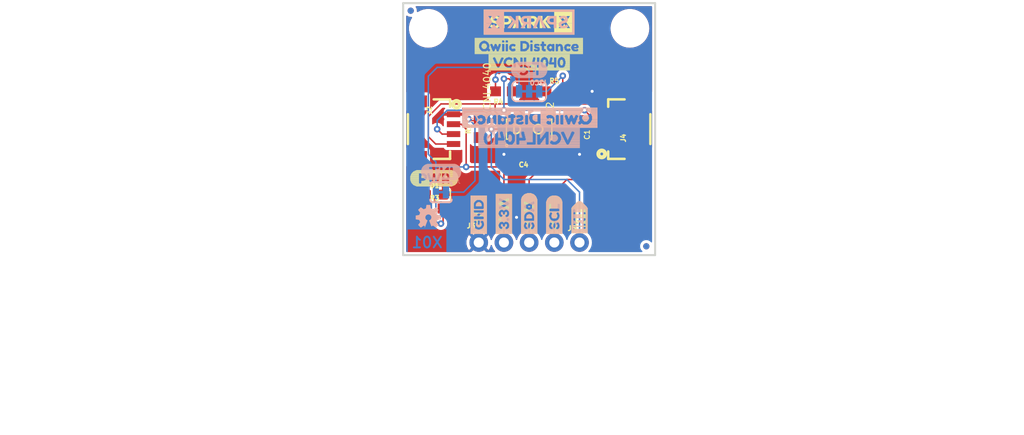
<source format=kicad_pcb>
(kicad_pcb (version 20211014) (generator pcbnew)
  (layers (0 "F.Cu" signal) (31 "B.Cu" signal) (34 "B.Paste" user) (35 "F.Paste" user) (36 "B.SilkS" user "B.Silkscreen") (37 "F.SilkS" user "F.Silkscreen") (38 "B.Mask" user) (39 "F.Mask" user) (44 "Edge.Cuts" user))
  (net 0 "")
  (net 1 "3.3V")
  (net 2 "GND")
  (net 3 "SCL")
  (net 4 "SDA")
  (net 5 "~{INT}")
  (net 6 "N$1")
  (net 7 "N$2")
  (net 8 "N$4")
  (net 9 "N$3")
  (net 10 "N$6")
  (footprint "eagleBoard:SCL9" (layer "F.Cu") (at 151.0411 116.0526 90)
    (fp_text reference "U$26" hide)
    (fp_text value "" hide)
  )
  (footprint "eagleBoard:QWIIC_DISTANCE9" (layer "F.Cu") (at 142.5321 96.6216)
    (fp_text reference "U$19" hide)
    (fp_text value "" hide)
  )
  (footprint "eagleBoard:GND1" (layer "F.Cu") (at 143.4211 116.0526 90)
    (fp_text reference "U$22" hide)
    (fp_text value "" hide)
  )
  (footprint "eagleBoard:1X04_1MM_RA" (layer "F.Cu") (at 140.8811 105.0036 -90)
    (fp_text reference "J2" (at -1.397 2.159 -90) (layer "F.SilkS") (effects (font (size 0.48768 0.48768) (thickness 0.12192)) (justify left bottom)))
    (fp_text value "SMD")
    (pad "1" smd rect (at -1.5 0 270) (size 0.6 1.35) (layers "F.Cu" "F.Paste" "F.Mask") (net 2 "GND"))
    (pad "2" smd rect (at -0.5 0 270) (size 0.6 1.35) (layers "F.Cu" "F.Paste" "F.Mask") (net 1 "3.3V"))
    (pad "3" smd rect (at 0.5 0 270) (size 0.6 1.35) (layers "F.Cu" "F.Paste" "F.Mask") (net 4 "SDA"))
    (pad "4" smd rect (at 1.5 0 270) (size 0.6 1.35) (layers "F.Cu" "F.Paste" "F.Mask") (net 3 "SCL"))
    (pad "NC1" smd rect (at 2.8 3.675 270) (size 1.2 2) (layers "F.Cu" "F.Paste" "F.Mask"))
    (pad "NC2" smd rect (at -2.8 3.675 270) (size 1.2 2) (layers "F.Cu" "F.Paste" "F.Mask"))
  )
  (footprint "eagleBoard:0603" (layer "F.Cu") (at 145.9611 101.1936 180)
    (fp_text reference "R4" (at 0 -0.762 180) (layer "F.SilkS") (effects (font (size 0.48768 0.48768) (thickness 0.12192)) (justify right top)))
    (fp_text value "2.2k")
    (pad "1" smd rect (at -0.85 0 180) (size 1.1 1) (layers "F.Cu" "F.Paste" "F.Mask") (net 4 "SDA"))
    (pad "2" smd rect (at 0.85 0 180) (size 1.1 1) (layers "F.Cu" "F.Paste" "F.Mask") (net 7 "N$2"))
  )
  (footprint "eagleBoard:STAND-OFF" (layer "F.Cu") (at 138.3411 94.8436)
    (fp_text reference "JP3" hide)
    (fp_text value "STAND-OFF" hide)
    (pad "" np_thru_hole circle (at 0 0) (size 3.302 3.302) (drill 3.302) (layers *.Cu *.Mask))
  )
  (footprint "eagleBoard:VCNL4040" (layer "F.Cu") (at 148.5011 105.0036 -90)
    (fp_text reference "U2" (at -1.27 -2.54 -90) (layer "F.SilkS") (effects (font (size 0.715264 0.715264) (thickness 0.097536)) (justify left bottom)))
    (fp_text value "VCNL4040" (at -1.27 3.81 -90) (layer "F.SilkS") (effects (font (size 0.715264 0.715264) (thickness 0.097536)) (justify left bottom)))
    (pad "1" smd rect (at 1 1.6125 270) (size 0.7 0.725) (layers "F.Cu" "F.Paste" "F.Mask") (net 2 "GND"))
    (pad "2" smd rect (at 1 0.5375 270) (size 0.7 0.725) (layers "F.Cu" "F.Paste" "F.Mask") (net 10 "N$6"))
    (pad "3" smd rect (at 1 -0.5375 270) (size 0.7 0.725) (layers "F.Cu" "F.Paste" "F.Mask") (net 1 "3.3V"))
    (pad "4" smd rect (at 1 -1.6125 270) (size 0.7 0.725) (layers "F.Cu" "F.Paste" "F.Mask") (net 1 "3.3V"))
    (pad "5" smd rect (at -1 -1.6125 270) (size 0.7 0.725) (layers "F.Cu" "F.Paste" "F.Mask") (net 10 "N$6"))
    (pad "6" smd rect (at -1 -0.5375 270) (size 0.7 0.725) (layers "F.Cu" "F.Paste" "F.Mask") (net 5 "~{INT}"))
    (pad "7" smd rect (at -1 0.5375 270) (size 0.7 0.725) (layers "F.Cu" "F.Paste" "F.Mask") (net 4 "SDA"))
    (pad "8" smd rect (at -1 1.6125 270) (size 0.7 0.725) (layers "F.Cu" "F.Paste" "F.Mask") (net 3 "SCL"))
  )
  (footprint "eagleBoard:3#3V2" (layer "F.Cu") (at 145.9611 116.0526 90)
    (fp_text reference "U$21" hide)
    (fp_text value "" hide)
  )
  (footprint "eagleBoard:MICRO-FIDUCIAL" (layer "F.Cu") (at 160.3121 116.8146)
    (fp_text reference "JP2" hide)
    (fp_text value "FIDUCIALUFIDUCIAL" hide)
    (pad "1" smd roundrect (at 0 0) (size 0.635 0.635) (layers "F.Cu" "F.Mask") (roundrect_rratio 0.5))
  )
  (footprint "eagleBoard:CREATIVE_COMMONS" (layer "F.Cu") (at 115.4811 135.4836)
    (fp_text reference "FRAME1" hide)
    (fp_text value "FRAME-LETTER" hide)
  )
  (footprint "eagleBoard:MICRO-FIDUCIAL" (layer "F.Cu") (at 136.5631 93.0656)
    (fp_text reference "JP6" hide)
    (fp_text value "FIDUCIALUFIDUCIAL" hide)
    (pad "1" smd roundrect (at 0 0) (size 0.635 0.635) (layers "F.Cu" "F.Mask") (roundrect_rratio 0.5))
  )
  (footprint "eagleBoard:STAND-OFF" (layer "F.Cu") (at 158.6611 94.8436)
    (fp_text reference "JP4" hide)
    (fp_text value "STAND-OFF" hide)
    (pad "" np_thru_hole circle (at 0 0) (size 3.302 3.302) (drill 3.302) (layers *.Cu *.Mask))
  )
  (footprint "eagleBoard:0603" (layer "F.Cu") (at 148.5011 107.5436 180)
    (fp_text reference "C4" (at 0 -0.762 180) (layer "F.SilkS") (effects (font (size 0.48768 0.48768) (thickness 0.12192)) (justify right top)))
    (fp_text value "0.1uF")
    (pad "1" smd rect (at -0.85 0 180) (size 1.1 1) (layers "F.Cu" "F.Paste" "F.Mask") (net 1 "3.3V"))
    (pad "2" smd rect (at 0.85 0 180) (size 1.1 1) (layers "F.Cu" "F.Paste" "F.Mask") (net 2 "GND"))
  )
  (footprint "eagleBoard:LED-0603" (layer "F.Cu") (at 138.9761 111.6076)
    (fp_text reference "D1" (at 0 -0.635) (layer "F.SilkS") (effects (font (size 0.48768 0.48768) (thickness 0.12192)) (justify bottom)))
    (fp_text value "RED")
    (pad "A" smd roundrect (at -0.877 0 270) (size 1 1) (layers "F.Cu" "F.Paste" "F.Mask") (roundrect_rratio 0.15) (net 9 "N$3"))
    (pad "C" smd roundrect (at 0.877 0 270) (size 1 1) (layers "F.Cu" "F.Paste" "F.Mask") (roundrect_rratio 0.15) (net 2 "GND"))
  )
  (footprint "eagleBoard:0603" (layer "F.Cu") (at 143.4211 105.0036 90)
    (fp_text reference "R1" (at 0 -0.762 90) (layer "F.SilkS") (effects (font (size 0.48768 0.48768) (thickness 0.12192)) (justify bottom)))
    (fp_text value "10k")
    (pad "1" smd rect (at -0.85 0 90) (size 1.1 1) (layers "F.Cu" "F.Paste" "F.Mask") (net 5 "~{INT}"))
    (pad "2" smd rect (at 0.85 0 90) (size 1.1 1) (layers "F.Cu" "F.Paste" "F.Mask") (net 8 "N$4"))
  )
  (footprint "eagleBoard:0603" (layer "F.Cu") (at 138.9761 113.0046)
    (fp_text reference "R3" (at 0 -0.762) (layer "F.SilkS") (effects (font (size 0.48768 0.48768) (thickness 0.12192)) (justify bottom)))
    (fp_text value "1k")
    (pad "1" smd rect (at -0.85 0) (size 1.1 1) (layers "F.Cu" "F.Paste" "F.Mask") (net 9 "N$3"))
    (pad "2" smd rect (at 0.85 0) (size 1.1 1) (layers "F.Cu" "F.Paste" "F.Mask") (net 1 "3.3V"))
  )
  (footprint "eagleBoard:#INT14" (layer "F.Cu") (at 153.5811 116.1796 90)
    (fp_text reference "U$25" hide)
    (fp_text value "" hide)
  )
  (footprint "eagleBoard:SPARKX-MEDIUM" (layer "F.Cu") (at 148.5011 94.2086)
    (fp_text reference "U$1" hide)
    (fp_text value "SPARKX-LOGO4" hide)
  )
  (footprint "eagleBoard:1X04_NO_SILK" (layer "F.Cu") (at 143.4211 116.4336)
    (fp_text reference "J3" (at -1.27 -1.397) (layer "F.SilkS") (effects (font (size 0.48768 0.48768) (thickness 0.12192)) (justify left bottom)))
    (fp_text value "PTH")
    (pad "1" thru_hole circle (at 0 0 90) (size 1.8796 1.8796) (drill 1.016) (layers *.Cu *.Mask) (net 2 "GND"))
    (pad "2" thru_hole circle (at 2.54 0 90) (size 1.8796 1.8796) (drill 1.016) (layers *.Cu *.Mask) (net 1 "3.3V"))
    (pad "3" thru_hole circle (at 5.08 0 90) (size 1.8796 1.8796) (drill 1.016) (layers *.Cu *.Mask) (net 4 "SDA"))
    (pad "4" thru_hole circle (at 7.62 0 90) (size 1.8796 1.8796) (drill 1.016) (layers *.Cu *.Mask) (net 3 "SCL"))
  )
  (footprint "eagleBoard:VCNL40400" (layer "F.Cu") (at 143.9291 98.2726)
    (fp_text reference "U$13" hide)
    (fp_text value "" hide)
  )
  (footprint "eagleBoard:SDA8" (layer "F.Cu") (at 148.5011 116.0526 90)
    (fp_text reference "U$27" hide)
    (fp_text value "" hide)
  )
  (footprint "eagleBoard:(PWR)" (layer "F.Cu") (at 136.4361 109.9566)
    (fp_text reference "U$10" hide)
    (fp_text value "" hide)
  )
  (footprint "eagleBoard:1X04_1MM_RA" (layer "F.Cu") (at 156.1211 105.0036 90)
    (fp_text reference "J4" (at -1.397 2.159 90) (layer "F.SilkS") (effects (font (size 0.48768 0.48768) (thickness 0.12192)) (justify left bottom)))
    (fp_text value "SMD")
    (pad "1" smd rect (at -1.5 0 90) (size 0.6 1.35) (layers "F.Cu" "F.Paste" "F.Mask") (net 2 "GND"))
    (pad "2" smd rect (at -0.5 0 90) (size 0.6 1.35) (layers "F.Cu" "F.Paste" "F.Mask") (net 1 "3.3V"))
    (pad "3" smd rect (at 0.5 0 90) (size 0.6 1.35) (layers "F.Cu" "F.Paste" "F.Mask") (net 4 "SDA"))
    (pad "4" smd rect (at 1.5 0 90) (size 0.6 1.35) (layers "F.Cu" "F.Paste" "F.Mask") (net 3 "SCL"))
    (pad "NC1" smd rect (at 2.8 3.675 90) (size 1.2 2) (layers "F.Cu" "F.Paste" "F.Mask"))
    (pad "NC2" smd rect (at -2.8 3.675 90) (size 1.2 2) (layers "F.Cu" "F.Paste" "F.Mask"))
  )
  (footprint "eagleBoard:0603" (layer "F.Cu") (at 151.0411 101.1936)
    (fp_text reference "R5" (at 0 -0.762) (layer "F.SilkS") (effects (font (size 0.48768 0.48768) (thickness 0.12192)) (justify bottom)))
    (fp_text value "2.2k")
    (pad "1" smd rect (at -0.85 0) (size 1.1 1) (layers "F.Cu" "F.Paste" "F.Mask") (net 3 "SCL"))
    (pad "2" smd rect (at 0.85 0) (size 1.1 1) (layers "F.Cu" "F.Paste" "F.Mask") (net 6 "N$1"))
  )
  (footprint "eagleBoard:1X01_NO_SILK" (layer "F.Cu") (at 153.5811 116.4336)
    (fp_text reference "J5" (at -1.27 -1.143) (layer "F.SilkS") (effects (font (size 0.48768 0.48768) (thickness 0.12192)) (justify left bottom)))
    (fp_text value "")
    (pad "1" thru_hole circle (at 0 0 90) (size 1.8796 1.8796) (drill 1.016) (layers *.Cu *.Mask) (net 5 "~{INT}"))
  )
  (footprint "eagleBoard:0603" (layer "F.Cu") (at 153.5811 105.0036 -90)
    (fp_text reference "C1" (at 0 -0.762 90) (layer "F.SilkS") (effects (font (size 0.512064 0.512064) (thickness 0.097536)) (justify right)))
    (fp_text value "2.2uF")
    (pad "1" smd rect (at -0.85 0 270) (size 1.1 1) (layers "F.Cu" "F.Paste" "F.Mask") (net 1 "3.3V"))
    (pad "2" smd rect (at 0.85 0 270) (size 1.1 1) (layers "F.Cu" "F.Paste" "F.Mask") (net 2 "GND"))
  )
  (footprint "eagleBoard:MICRO-FIDUCIAL" (layer "B.Cu") (at 136.5631 93.0656 180)
    (fp_text reference "JP1" hide)
    (fp_text value "FIDUCIALUFIDUCIAL" hide)
    (pad "1" smd roundrect (at 0 0 180) (size 0.635 0.635) (layers "B.Cu" "B.Mask") (roundrect_rratio 0.5))
  )
  (footprint "eagleBoard:(INT)" (layer "B.Cu") (at 141.7701 109.3216 180)
    (fp_text reference "U$12" hide)
    (fp_text value "" hide)
  )
  (footprint "eagleBoard:VCNL40401" (layer "B.Cu") (at 154.2161 105.8926 180)
    (fp_text reference "U$14" hide)
    (fp_text value "" hide)
  )
  (footprint "eagleBoard:(I_SUPER2_C)" (layer "B.Cu") (at 150.4061 99.0346 180)
    (fp_text reference "U$11" hide)
    (fp_text value "" hide)
  )
  (footprint "eagleBoard:#INT14" (layer "B.Cu") (at 153.5811 116.1796 90)
    (fp_text reference "U$7" hide)
    (fp_text value "" hide)
  )
  (footprint "eagleBoard:GND1" (layer "B.Cu") (at 143.4211 116.0526 90)
    (fp_text reference "U$3" hide)
    (fp_text value "" hide)
  )
  (footprint "eagleBoard:SMT-JUMPER_3_2-NC_TRACE_SILK" (layer "B.Cu") (at 148.5011 101.1936 180)
    (fp_text reference "I2C0" (at 0 1.143) (layer "B.SilkS") (effects (font (size 0.48768 0.48768) (thickness 0.12192)) (justify right top mirror)))
    (fp_text value "")
    (fp_line (start 0 0) (end -1.016 0) (layer "B.Cu") (width 0.254))
    (fp_line (start 0 0) (end 1.016 0) (layer "B.Cu") (width 0.254))
    (pad "1" smd rect (at -1.016 0 180) (size 0.635 1.27) (layers "B.Cu" "B.Mask") (net 6 "N$1"))
    (pad "2" smd rect (at 0 0 180) (size 0.635 1.27) (layers "B.Cu" "B.Mask") (net 1 "3.3V"))
    (pad "3" smd rect (at 1.016 0 180) (size 0.635 1.27) (layers "B.Cu" "B.Mask") (net 7 "N$2"))
  )
  (footprint "eagleBoard:QWIIC_DISTANCE7" (layer "B.Cu") (at 155.9941 103.8606 180)
    (fp_text reference "U$15" hide)
    (fp_text value "" hide)
  )
  (footprint "eagleBoard:SCL9" (layer "B.Cu") (at 151.0411 116.0526 90)
    (fp_text reference "U$6" hide)
    (fp_text value "" hide)
  )
  (footprint "eagleBoard:3#3V2" (layer "B.Cu") (at 145.9611 116.0526 90)
    (fp_text reference "U$4" hide)
    (fp_text value "" hide)
  )
  (footprint "eagleBoard:OSHW-LOGO-MINI" (layer "B.Cu") (at 138.3411 113.8936 180)
    (fp_text reference "LOGO1" hide)
    (fp_text value "OSHW-LOGOMINI" hide)
  )
  (footprint "eagleBoard:SPARKX-MEDIUM" (layer "B.Cu") (at 148.5011 94.2086 180)
    (fp_text reference "U$2" hide)
    (fp_text value "SPARKX-LOGO4" hide)
  )
  (footprint "eagleBoard:MICRO-FIDUCIAL" (layer "B.Cu") (at 160.3121 116.8146 180)
    (fp_text reference "JP5" hide)
    (fp_text value "FIDUCIALUFIDUCIAL" hide)
    (pad "1" smd roundrect (at 0 0 180) (size 0.635 0.635) (layers "B.Cu" "B.Mask") (roundrect_rratio 0.5))
  )
  (footprint "eagleBoard:PAD-JUMPER-2-NC_BY_TRACE_YES_SILK" (layer "B.Cu") (at 139.6111 111.3536 180)
    (fp_text reference "JP9" (at -0.9525 1.27) (layer "B.SilkS") (effects (font (size 0.373888 0.373888) (thickness 0.032512)) (justify right top mirror)))
    (fp_text value "INT")
    (fp_line (start -0.381 0) (end 0.381 0) (layer "B.Cu") (width 0.254))
    (pad "1" smd rect (at -0.508 0 180) (size 0.635 1.27) (layers "B.Cu" "B.Mask") (net 8 "N$4"))
    (pad "2" smd rect (at 0.508 0 180) (size 0.635 1.27) (layers "B.Cu" "B.Mask") (net 1 "3.3V"))
  )
  (footprint "eagleBoard:SDA8" (layer "B.Cu") (at 148.5011 116.0526 90)
    (fp_text reference "U$5" hide)
    (fp_text value "" hide)
  )
  (gr_line (start 135.8011 92.3036) (end 161.2011 92.3036) (layer "Edge.Cuts") (width 0.2032))
  (gr_line (start 161.2011 92.3036) (end 161.2011 117.7036) (layer "Edge.Cuts") (width 0.2032))
  (gr_line (start 161.2011 117.7036) (end 135.8011 117.7036) (layer "Edge.Cuts") (width 0.2032))
  (gr_line (start 135.8011 117.7036) (end 135.8011 92.3036) (layer "Edge.Cuts") (width 0.2032))
  (gr_text "X01" (at 138.2141 116.4336) (layer "B.Cu") (effects (font (size 1.0795 1.0795) (thickness 0.1905)) (justify mirror)))
  (segment (start 154.8511 105.1306) (end 155.2241 105.5036) (width 0.1524) (layer "F.Cu") (net 1))
  (segment (start 142.1511 105.0036) (end 142.1511 108.8136) (width 0.1524) (layer "F.Cu") (net 1))
  (segment (start 154.5091 104.1536) (end 154.8511 104.4956) (width 0.1524) (layer "F.Cu") (net 1))
  (segment (start 139.8261 113.0046) (end 139.8261 114.3136) (width 0.1524) (layer "F.Cu") (net 1))
  (segment (start 142.1511 108.8136) (end 145.9611 108.8136) (width 0.1524) (layer "F.Cu") (net 1))
  (segment (start 152.1451 104.1536) (end 151.9301 104.3686) (width 0.1524) (layer "F.Cu") (net 1))
  (segment (start 149.0386 106.0036) (end 150.1136 106.0036) (width 0.1524) (layer "F.Cu") (net 1))
  (segment (start 148.7551 108.8136) (end 149.3511 108.2176) (width 0.1524) (layer "F.Cu") (net 1))
  (segment (start 145.9611 108.8136) (end 148.7551 108.8136) (width 0.1524) (layer "F.Cu") (net 1))
  (segment (start 149.0386 106.0036) (end 149.0386 106.5571) (width 0.1524) (layer "F.Cu") (net 1))
  (segment (start 153.5811 104.1536) (end 152.1451 104.1536) (width 0.1524) (layer "F.Cu") (net 1))
  (segment (start 151.9301 105.6386) (end 151.9301 104.3686) (width 0.1524) (layer "F.Cu") (net 1))
  (segment (start 156.1211 105.5036) (end 155.2241 105.5036) (width 0.1524) (layer "F.Cu") (net 1))
  (segment (start 149.3511 107.5436) (end 149.3511 106.8696) (width 0.1524) (layer "F.Cu") (net 1))
  (segment (start 154.8511 104.4956) (end 154.8511 105.1306) (width 0.1524) (layer "F.Cu") (net 1))
  (segment (start 145.9611 116.4336) (end 145.9611 108.8136) (width 0.1524) (layer "F.Cu") (net 1))
  (segment (start 141.6511 104.5036) (end 142.1511 105.0036) (width 0.1524) (layer "F.Cu") (net 1))
  (segment (start 150.1136 106.0036) (end 151.5651 106.0036) (width 0.1524) (layer "F.Cu") (net 1))
  (segment (start 140.8811 104.5036) (end 141.6511 104.5036) (width 0.1524) (layer "F.Cu") (net 1))
  (segment (start 139.8261 114.3136) (end 139.6111 114.5286) (width 0.1524) (layer "F.Cu") (net 1))
  (segment (start 153.5811 104.1536) (end 154.5091 104.1536) (width 0.1524) (layer "F.Cu") (net 1))
  (segment (start 149.3511 107.5436) (end 149.3511 108.2176) (width 0.1524) (layer "F.Cu") (net 1))
  (segment (start 149.0386 106.5571) (end 149.3511 106.8696) (width 0.1524) (layer "F.Cu") (net 1))
  (segment (start 151.5651 106.0036) (end 151.9301 105.6386) (width 0.1524) (layer "F.Cu") (net 1))
  (via (at 139.6111 114.5286) (size 0.6604) (drill 0.3048) (layers "F.Cu" "B.Cu") (net 1))
  (via (at 142.1511 108.8136) (size 0.6604) (drill 0.3048) (layers "F.Cu" "B.Cu") (net 1))
  (segment (start 138.3411 99.6696) (end 138.3411 107.5436) (width 0.1524) (layer "B.Cu") (net 1))
  (segment (start 148.1201 98.7806) (end 139.2301 98.7806) (width 0.1524) (layer "B.Cu") (net 1))
  (segment (start 139.1031 114.2746) (end 139.1031 111.3536) (width 0.1524) (layer "B.Cu") (net 1))
  (segment (start 139.1031 111.3536) (end 139.1031 108.8136) (width 0.1524) (layer "B.Cu") (net 1))
  (segment (start 139.3571 114.5286) (end 139.1031 114.2746) (width 0.1524) (layer "B.Cu") (net 1))
  (segment (start 142.1511 108.8136) (end 139.1031 108.8136) (width 0.1524) (layer "B.Cu") (net 1))
  (segment (start 148.5011 101.1936) (end 148.5011 99.1616) (width 0.1524) (layer "B.Cu") (net 1))
  (segment (start 139.1031 108.8136) (end 139.1031 108.3056) (width 0.1524) (layer "B.Cu") (net 1))
  (segment (start 139.2301 98.7806) (end 138.3411 99.6696) (width 0.1524) (layer "B.Cu") (net 1))
  (segment (start 139.1031 108.3056) (end 138.3411 107.5436) (width 0.1524) (layer "B.Cu") (net 1))
  (segment (start 139.6111 114.5286) (end 139.3571 114.5286) (width 0.1524) (layer "B.Cu") (net 1))
  (segment (start 148.5011 99.1616) (end 148.1201 98.7806) (width 0.1524) (layer "B.Cu") (net 1))
  (segment (start 140.8811 103.5036) (end 141.7461 103.5036) (width 0.1524) (layer "F.Cu") (net 2))
  (segment (start 144.0561 103.0986) (end 144.6911 103.7336) (width 0.1524) (layer "F.Cu") (net 2))
  (segment (start 142.1511 103.0986) (end 144.0561 103.0986) (width 0.1524) (layer "F.Cu") (net 2))
  (segment (start 141.7461 103.5036) (end 142.1511 103.0986) (width 0.1524) (layer "F.Cu") (net 2))
  (via (at 153.5811 107.5436) (size 0.6604) (drill 0.3048) (layers "F.Cu" "B.Cu") (net 2))
  (via (at 144.6911 103.7336) (size 0.6604) (drill 0.3048) (layers "F.Cu" "B.Cu") (net 2))
  (via (at 147.2311 113.8936) (size 0.6604) (drill 0.3048) (layers "F.Cu" "B.Cu") (net 2))
  (via (at 154.8511 101.1936) (size 0.6604) (drill 0.3048) (layers "F.Cu" "B.Cu") (net 2))
  (via (at 145.9611 107.5436) (size 0.6604) (drill 0.3048) (layers "F.Cu" "B.Cu") (net 2))
  (segment (start 151.0411 111.3536) (end 152.3111 110.0836) (width 0.1524) (layer "F.Cu") (net 3))
  (segment (start 156.1211 110.0836) (end 158.1531 108.0516) (width 0.1524) (layer "F.Cu") (net 3))
  (segment (start 156.1211 103.5036) (end 155.5101 103.5036) (width 0.1524) (layer "F.Cu") (net 3))
  (segment (start 150.1911 101.1936) (end 150.1911 102.4246) (width 0.1524) (layer "F.Cu") (net 3))
  (segment (start 139.6111 102.4636) (end 138.3411 103.7336) (width 0.1524) (layer "F.Cu") (net 3))
  (segment (start 145.0721 102.4636) (end 139.6111 102.4636) (width 0.1524) (layer "F.Cu") (net 3))
  (segment (start 145.8501 104.0036) (end 145.0721 103.2256) (width 0.1524) (layer "F.Cu") (net 3))
  (segment (start 154.4701 102.4636) (end 150.1521 102.4636) (width 0.1524) (layer "F.Cu") (net 3))
  (segment (start 150.1521 102.4636) (end 149.2631 102.4636) (width 0.1524) (layer "F.Cu") (net 3))
  (segment (start 150.1911 102.4246) (end 150.1521 102.4636) (width 0.1524) (layer "F.Cu") (net 3))
  (segment (start 156.1211 103.5036) (end 157.5421 103.5036) (width 0.1524) (layer "F.Cu") (net 3))
  (segment (start 149.2631 102.4636) (end 145.0721 102.4636) (width 0.1524) (layer "F.Cu") (net 3))
  (segment (start 138.3411 103.7336) (end 138.3411 105.7656) (width 0.1524) (layer "F.Cu") (net 3))
  (segment (start 151.0411 116.4336) (end 151.0411 111.3536) (width 0.1524) (layer "F.Cu") (net 3))
  (segment (start 155.5101 103.5036) (end 154.4701 102.4636) (width 0.1524) (layer "F.Cu") (net 3))
  (segment (start 158.1531 104.1146) (end 158.1531 108.0516) (width 0.1524) (layer "F.Cu") (net 3))
  (segment (start 146.8886 104.0036) (end 145.8501 104.0036) (width 0.1524) (layer "F.Cu") (net 3))
  (segment (start 138.3411 105.7656) (end 139.0791 106.5036) (width 0.1524) (layer "F.Cu") (net 3))
  (segment (start 149.3011 102.5016) (end 149.2631 102.4636) (width 0.1524) (layer "F.Cu") (net 3))
  (segment (start 157.5421 103.5036) (end 158.1531 104.1146) (width 0.1524) (layer "F.Cu") (net 3))
  (segment (start 152.3111 110.0836) (end 156.1211 110.0836) (width 0.1524) (layer "F.Cu") (net 3))
  (segment (start 145.0721 103.2256) (end 145.0721 102.4636) (width 0.1524) (layer "F.Cu") (net 3))
  (segment (start 140.8811 106.5036) (end 139.0791 106.5036) (width 0.1524) (layer "F.Cu") (net 3))
  (segment (start 140.8811 105.5036) (end 139.7301 105.5036) (width 0.1524) (layer "F.Cu") (net 4))
  (segment (start 149.7711 108.8136) (end 156.1211 108.8136) (width 0.1524) (layer "F.Cu") (net 4))
  (segment (start 147.4851 103.0986) (end 147.9636 103.5771) (width 0.1524) (layer "F.Cu") (net 4))
  (segment (start 145.9611 103.0986) (end 147.4851 103.0986) (width 0.1524) (layer "F.Cu") (net 4))
  (segment (start 148.5011 110.0836) (end 149.7711 108.8136) (width 0.1524) (layer "F.Cu") (net 4))
  (segment (start 146.4691 99.9236) (end 145.9611 99.9236) (width 0.1524) (layer "F.Cu") (net 4))
  (segment (start 147.9636 104.0036) (end 147.9636 103.5771) (width 0.1524) (layer "F.Cu") (net 4))
  (segment (start 157.3911 104.8766) (end 157.3911 107.5436) (width 0.1524) (layer "F.Cu") (net 4))
  (segment (start 156.1211 108.8136) (end 157.3911 107.5436) (width 0.1524) (layer "F.Cu") (net 4))
  (segment (start 156.1211 104.5036) (end 155.4941 104.5036) (width 0.1524) (layer "F.Cu") (net 4))
  (segment (start 155.4941 104.5036) (end 154.0891 103.0986) (width 0.1524) (layer "F.Cu") (net 4))
  (segment (start 157.0181 104.5036) (end 157.3911 104.8766) (width 0.1524) (layer "F.Cu") (net 4))
  (segment (start 146.4691 99.9236) (end 146.8111 100.2656) (width 0.1524) (layer "F.Cu") (net 4))
  (segment (start 139.7301 105.5036) (end 139.2301 105.0036) (width 0.1524) (layer "F.Cu") (net 4))
  (segment (start 146.8111 101.1936) (end 146.8111 100.2656) (width 0.1524) (layer "F.Cu") (net 4))
  (segment (start 148.5011 116.4336) (end 148.5011 110.0836) (width 0.1524) (layer "F.Cu") (net 4))
  (segment (start 156.1211 104.5036) (end 157.0181 104.5036) (width 0.1524) (layer "F.Cu") (net 4))
  (via (at 145.9611 99.9236) (size 0.6604) (drill 0.3048) (layers "F.Cu" "B.Cu") (net 4))
  (via (at 154.0891 103.0986) (size 0.6604) (drill 0.3048) (layers "F.Cu" "B.Cu") (net 4))
  (via (at 139.2301 105.0036) (size 0.6604) (drill 0.3048) (layers "F.Cu" "B.Cu") (net 4))
  (via (at 145.9611 103.0986) (size 0.6604) (drill 0.3048) (layers "F.Cu" "B.Cu") (net 4))
  (segment (start 154.0891 103.0986) (end 145.9611 103.0986) (width 0.1524) (layer "B.Cu") (net 4))
  (segment (start 139.2301 105.0036) (end 139.2301 104.1146) (width 0.1524) (layer "B.Cu") (net 4))
  (segment (start 145.9611 99.9236) (end 145.9611 103.0986) (width 0.1524) (layer "B.Cu") (net 4))
  (segment (start 140.2461 103.0986) (end 139.2301 104.1146) (width 0.1524) (layer "B.Cu") (net 4))
  (segment (start 145.9611 103.0986) (end 140.2461 103.0986) (width 0.1524) (layer "B.Cu") (net 4))
  (segment (start 148.2471 104.7496) (end 148.8821 104.7496) (width 0.1524) (layer "F.Cu") (net 5))
  (segment (start 144.6911 105.5116) (end 144.6911 105.0036) (width 0.1524) (layer "F.Cu") (net 5))
  (segment (start 144.3491 105.8536) (end 144.6911 105.5116) (width 0.1524) (layer "F.Cu") (net 5))
  (segment (start 148.8821 104.7496) (end 149.0386 104.5931) (width 0.1524) (layer "F.Cu") (net 5))
  (segment (start 147.9931 105.0036) (end 148.2471 104.7496) (width 0.1524) (layer "F.Cu") (net 5))
  (segment (start 149.0386 104.0036) (end 149.0386 104.5931) (width 0.1524) (layer "F.Cu") (net 5))
  (segment (start 144.6911 105.0036) (end 147.9931 105.0036) (width 0.1524) (layer "F.Cu") (net 5))
  (segment (start 143.4211 105.8536) (end 144.3491 105.8536) (width 0.1524) (layer "F.Cu") (net 5))
  (via (at 144.6911 105.0036) (size 0.6604) (drill 0.3048) (layers "F.Cu" "B.Cu") (net 5))
  (segment (start 152.3111 110.0836) (end 145.9611 110.0836) (width 0.1524) (layer "B.Cu") (net 5))
  (segment (start 153.5811 116.4336) (end 153.5811 111.3536) (width 0.1524) (layer "B.Cu") (net 5))
  (segment (start 145.9611 110.0836) (end 144.6911 108.8136) (width 0.1524) (layer "B.Cu") (net 5))
  (segment (start 144.6911 108.8136) (end 144.6911 105.0036) (width 0.1524) (layer "B.Cu") (net 5))
  (segment (start 152.3111 110.0836) (end 153.5811 111.3536) (width 0.1524) (layer "B.Cu") (net 5))
  (segment (start 151.8911 101.1936) (end 151.8911 99.6306) (width 0.1524) (layer "F.Cu") (net 6))
  (via (at 151.8911 99.6306) (size 0.6604) (drill 0.3048) (layers "F.Cu" "B.Cu") (net 6))
  (segment (start 149.5171 101.1936) (end 150.3281 101.1936) (width 0.1524) (layer "B.Cu") (net 6))
  (segment (start 150.3281 101.1936) (end 151.8911 99.6306) (width 0.1524) (layer "B.Cu") (net 6))
  (segment (start 145.1111 101.1936) (end 145.1111 100.0116) (width 0.1524) (layer "F.Cu") (net 7))
  (via (at 145.1111 100.0116) (size 0.6604) (drill 0.3048) (layers "F.Cu" "B.Cu") (net 7))
  (segment (start 145.1111 100.0116) (end 145.1111 99.5036) (width 0.1524) (layer "B.Cu") (net 7))
  (segment (start 147.2311 99.2886) (end 145.3261 99.2886) (width 0.1524) (layer "B.Cu") (net 7))
  (segment (start 147.4851 101.1936) (end 147.4851 99.5426) (width 0.1524) (layer "B.Cu") (net 7))
  (segment (start 145.3261 99.2886) (end 145.1111 99.5036) (width 0.1524) (layer "B.Cu") (net 7))
  (segment (start 147.4851 99.5426) (end 147.2311 99.2886) (width 0.1524) (layer "B.Cu") (net 7))
  (segment (start 143.4211 104.1536) (end 142.5711 104.1536) (width 0.1524) (layer "F.Cu") (net 8))
  (segment (start 142.5711 104.1536) (end 142.4051 103.9876) (width 0.1524) (layer "F.Cu") (net 8))
  (via (at 142.4051 103.9876) (size 0.6604) (drill 0.3048) (layers "F.Cu" "B.Cu") (net 8))
  (segment (start 143.0401 104.6226) (end 142.4051 103.9876) (width 0.1524) (layer "B.Cu") (net 8))
  (segment (start 140.1191 111.3536) (end 141.8971 111.3536) (width 0.1524) (layer "B.Cu") (net 8))
  (segment (start 143.0401 110.2106) (end 143.0401 104.6226) (width 0.1524) (layer "B.Cu") (net 8))
  (segment (start 142.6591 104.2416) (end 142.4051 103.9876) (width 0.1524) (layer "B.Cu") (net 8))
  (segment (start 141.8971 111.3536) (end 143.0401 110.2106) (width 0.1524) (layer "B.Cu") (net 8))
  (segment (start 138.0991 111.6076) (end 138.0991 112.9776) (width 0.1524) (layer "F.Cu") (net 9))
  (segment (start 138.0991 112.9776) (end 138.1261 113.0046) (width 0.1524) (layer "F.Cu") (net 9))
  (segment (start 150.1136 104.0036) (end 150.1136 104.6611) (width 0.1524) (layer "F.Cu") (net 10))
  (segment (start 147.9636 105.6681) (end 148.3741 105.2576) (width 0.1524) (layer "F.Cu") (net 10))
  (segment (start 147.9636 106.0036) (end 147.9636 105.6681) (width 0.1524) (layer "F.Cu") (net 10))
  (segment (start 148.3741 105.2576) (end 149.5171 105.2576) (width 0.1524) (layer "F.Cu") (net 10))
  (segment (start 150.1136 104.6611) (end 149.5171 105.2576) (width 0.1524) (layer "F.Cu") (net 10))
  (zone (net 2) (net_name "GND") (layer "F.Cu") (priority 6) (connect_pads (clearance 0.3048)) (min_thickness 0.127) (fill yes (thermal_gap 0.304) (thermal_bridge_width 0.304))
    (polygon (pts (xy 161.3281 117.8306) (xy 135.6741 117.8306) (xy 135.6741 92.1766) (xy 161.3281 92.1766)))
  )
  (zone (net 2) (net_name "GND") (layer "B.Cu") (priority 6) (connect_pads (clearance 0.3048)) (min_thickness 0.127) (fill yes (thermal_gap 0.304) (thermal_bridge_width 0.304))
    (polygon (pts (xy 161.3281 117.8306) (xy 135.6741 117.8306) (xy 135.6741 92.1766) (xy 161.3281 92.1766)))
  )
)
</source>
